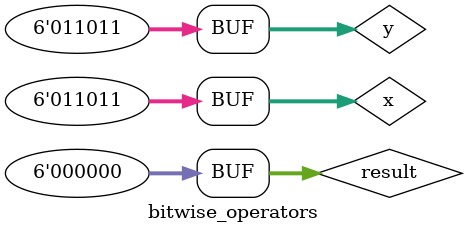
<source format=v>
 module bitwise_operators(
	//no inputs here
	);
	
	reg [5:0] x = 0;      //6bit variable
	reg [5:0] y = 0;	  //6bit variable
	reg [5:0] result = 0; //6bit variable
	
	//Procedure used to continuously monitor 'x', 'y', and 'result'
	initial begin
	$monitor("MON x = %b, y = %b, result = %b", x, y, result);
	end
	
	//Procedure used to generate stimulus
	initial begin
	#1;  //wait some time between examples
	x = 6'b00_0101;
	y = 6'b11_0011;
	result = x & y; //AND
	
	#1;  // Use the same values for x and y from above (reg stores the value)
	result = ~(x & y); //NAND
	#1;
	//result = x ~& y; //See the difference between the two NAND examples
	
	#1;
	x = 6'b10_0101;
	y = 6'b01_1011;
	result = x | y; //OR
	
	#1;
	result = ~(x | y); //NOR
	#1;
	//result = x ~| y; //See the difference between the two NOR examples
	
	#1;
	x = 6'b01_0110;
	y = 6'b01_1011;
	result = x ^ y; //XOR
	
	#1; //NXOR is used to check if x = y
	result = x ~^ y; //NXOR
	
	#1;
	x = y; //This should make all the bits 1
	result = ~(x ^ y); //NXOR
	end
	
endmodule
	
/*
Output:
# MON x = 000000, y = 000000, result = 000000
# MON x = 000101, y = 110011, result = 000001
# MON x = 000101, y = 110011, result = 111110
# MON x = 100101, y = 011011, result = 111111
# MON x = 100101, y = 011011, result = 000000
# MON x = 010110, y = 011011, result = 001101
# MON x = 010110, y = 011011, result = 110010
# MON x = 011011, y = 011011, result = 111111
*/

/*
How do I assign values to vector variables?
For example I have :

reg [6:0] b = 0; // 7bit register
b = 7'b0; // Assigns all the 7bits to 0 BUT
b = 7'b1 // Assigns the LSB to 0 that is 000 0001
Am I correct ?

You are completely right that 7'b1 has the value 1, so only the LSB is set. if you want to set all the bits you could do:

b = 7'b111_1111;

b = 2**3-1;

b = {7{1'b1}}; // replication operator

The easiest way to prevent a mistake is to use hexadecimal or decimal formats. b = 7'd1 means that Verilog has to assign the decimal value 1 to b. As you practice more, this kind of things will eventually become trivial.

I also attached a small exercise to see how b changes when different values are assigned.
'timescale 1ns/1ps
module vector_test();
	
	reg [6:0] b;
	
	initial begin
		$monitor(" b= %7b", b);
	end
	
	initial begin
		b = 0;
		#1 b = 7'b0;
		#1 b = 7'b1;
		#1 b = 7'b11;
		#1 b = 7'd11;
		#1 b = 7'h11;
		#1 b = {7{1'b1}};
	end
	
endmodule
*/

/* Results
#  b= 0000000
#  b= 0000001
#  b= 0000011
#  b= 0001011
#  b= 0010001
#  b= 1111111
*/
	


</source>
